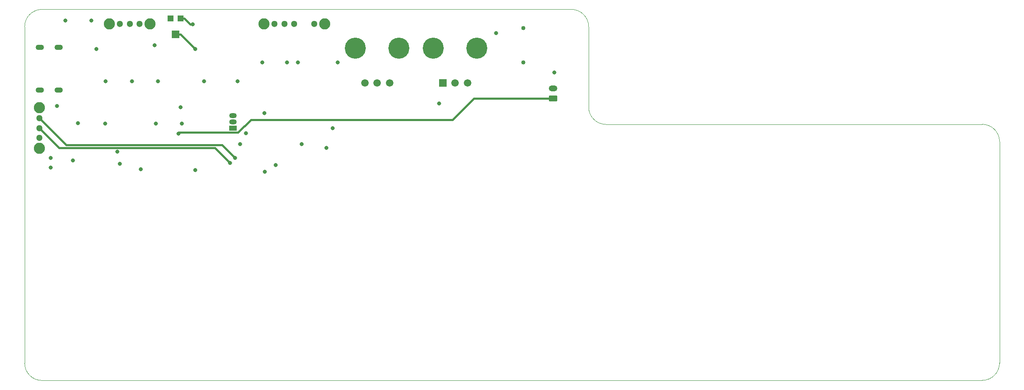
<source format=gbr>
%TF.GenerationSoftware,KiCad,Pcbnew,(6.0.7)*%
%TF.CreationDate,2023-07-28T14:32:25-04:00*%
%TF.ProjectId,Stylophone,5374796c-6f70-4686-9f6e-652e6b696361,rev?*%
%TF.SameCoordinates,Original*%
%TF.FileFunction,Copper,L4,Bot*%
%TF.FilePolarity,Positive*%
%FSLAX46Y46*%
G04 Gerber Fmt 4.6, Leading zero omitted, Abs format (unit mm)*
G04 Created by KiCad (PCBNEW (6.0.7)) date 2023-07-28 14:32:25*
%MOMM*%
%LPD*%
G01*
G04 APERTURE LIST*
G04 Aperture macros list*
%AMRoundRect*
0 Rectangle with rounded corners*
0 $1 Rounding radius*
0 $2 $3 $4 $5 $6 $7 $8 $9 X,Y pos of 4 corners*
0 Add a 4 corners polygon primitive as box body*
4,1,4,$2,$3,$4,$5,$6,$7,$8,$9,$2,$3,0*
0 Add four circle primitives for the rounded corners*
1,1,$1+$1,$2,$3*
1,1,$1+$1,$4,$5*
1,1,$1+$1,$6,$7*
1,1,$1+$1,$8,$9*
0 Add four rect primitives between the rounded corners*
20,1,$1+$1,$2,$3,$4,$5,0*
20,1,$1+$1,$4,$5,$6,$7,0*
20,1,$1+$1,$6,$7,$8,$9,0*
20,1,$1+$1,$8,$9,$2,$3,0*%
G04 Aperture macros list end*
%TA.AperFunction,Profile*%
%ADD10C,0.100000*%
%TD*%
%TA.AperFunction,ComponentPad*%
%ADD11C,2.250000*%
%TD*%
%TA.AperFunction,ComponentPad*%
%ADD12C,1.300000*%
%TD*%
%TA.AperFunction,ComponentPad*%
%ADD13C,0.850000*%
%TD*%
%TA.AperFunction,ComponentPad*%
%ADD14C,1.500000*%
%TD*%
%TA.AperFunction,ComponentPad*%
%ADD15C,4.260000*%
%TD*%
%TA.AperFunction,ComponentPad*%
%ADD16R,1.500000X1.500000*%
%TD*%
%TA.AperFunction,ComponentPad*%
%ADD17R,1.500000X1.050000*%
%TD*%
%TA.AperFunction,ComponentPad*%
%ADD18O,1.500000X1.050000*%
%TD*%
%TA.AperFunction,ComponentPad*%
%ADD19RoundRect,0.250000X0.625000X-0.350000X0.625000X0.350000X-0.625000X0.350000X-0.625000X-0.350000X0*%
%TD*%
%TA.AperFunction,ComponentPad*%
%ADD20O,1.750000X1.200000*%
%TD*%
%TA.AperFunction,ComponentPad*%
%ADD21O,1.700000X1.100000*%
%TD*%
%TA.AperFunction,SMDPad,CuDef*%
%ADD22R,1.200000X1.200000*%
%TD*%
%TA.AperFunction,SMDPad,CuDef*%
%ADD23R,1.600000X1.500000*%
%TD*%
%TA.AperFunction,ViaPad*%
%ADD24C,0.800000*%
%TD*%
%TA.AperFunction,Conductor*%
%ADD25C,0.400000*%
%TD*%
G04 APERTURE END LIST*
D10*
X26000000Y-85500000D02*
X132974874Y-85500000D01*
X26000000Y-85500000D02*
G75*
G03*
X22500000Y-89000000I0J-3500000D01*
G01*
X216000000Y-160480000D02*
X26000000Y-160500000D01*
X216000000Y-108720000D02*
X139974874Y-108740000D01*
X216000000Y-160480000D02*
G75*
G03*
X219500000Y-156980000I0J3500000D01*
G01*
X136474900Y-105240000D02*
G75*
G03*
X139974874Y-108740000I3500000J0D01*
G01*
X22500000Y-157000000D02*
G75*
G03*
X26000000Y-160500000I3500000J0D01*
G01*
X136474874Y-89000000D02*
X136474874Y-105240000D01*
X219500000Y-112220000D02*
G75*
G03*
X216000000Y-108720000I-3500000J0D01*
G01*
X22500000Y-89000000D02*
X22500000Y-157000000D01*
X136474900Y-89000000D02*
G75*
G03*
X132974874Y-85500000I-3500000J0D01*
G01*
X219500000Y-156980000D02*
X219500000Y-112220000D01*
D11*
%TO.P,SW2,5*%
%TO.N,N/C*%
X39650000Y-88396360D03*
%TO.P,SW2,4*%
X47850000Y-88396360D03*
D12*
%TO.P,SW2,3,C*%
%TO.N,GND*%
X41750000Y-88396360D03*
%TO.P,SW2,2,B*%
%TO.N,Net-(COS3-Pad2)*%
X43750000Y-88396360D03*
%TO.P,SW2,1,A*%
%TO.N,unconnected-(SW2-Pad1)*%
X45750000Y-88396360D03*
%TD*%
D13*
%TO.P,J28,MH2*%
%TO.N,N/C*%
X123250000Y-96250000D03*
%TO.P,J28,MH1*%
X123250000Y-89250000D03*
%TD*%
D14*
%TO.P,VR1,1,CCW*%
%TO.N,Net-(RP2-Pad2)*%
X91250000Y-100375000D03*
%TO.P,VR1,2,WIPER*%
%TO.N,GND*%
X93750000Y-100375000D03*
%TO.P,VR1,3,CW*%
%TO.N,unconnected-(VR1-Pad3)*%
X96250000Y-100375000D03*
D15*
%TO.P,VR1,MH1,MH1*%
%TO.N,unconnected-(VR1-PadMH1)*%
X89350000Y-93375000D03*
%TO.P,VR1,MH2,MH2*%
%TO.N,unconnected-(VR1-PadMH2)*%
X98150000Y-93375000D03*
%TD*%
D11*
%TO.P,SW1,5*%
%TO.N,N/C*%
X25500000Y-113600000D03*
%TO.P,SW1,4*%
X25500000Y-105400000D03*
D12*
%TO.P,SW1,3,C*%
%TO.N,unconnected-(SW1-Pad3)*%
X25500000Y-111500000D03*
%TO.P,SW1,2,B*%
%TO.N,Net-(D1-Pad2)*%
X25500000Y-109500000D03*
%TO.P,SW1,1,A*%
%TO.N,Net-(CC4-Pad1)*%
X25500000Y-107500000D03*
%TD*%
D16*
%TO.P,VR2,1,CCW*%
%TO.N,Net-(RFD1-Pad2)*%
X107000000Y-100375000D03*
D14*
%TO.P,VR2,2,WIPER*%
%TO.N,Net-(Q3-Pad1)*%
X109500000Y-100375000D03*
%TO.P,VR2,3,CW*%
%TO.N,Net-(Q2-Pad3)*%
X112000000Y-100375000D03*
D15*
%TO.P,VR2,MH1,MH1*%
%TO.N,unconnected-(VR2-PadMH1)*%
X105100000Y-93375000D03*
%TO.P,VR2,MH2,MH2*%
%TO.N,unconnected-(VR2-PadMH2)*%
X113900000Y-93375000D03*
%TD*%
D17*
%TO.P,Q1,1,Anode*%
%TO.N,RESISTOR_MODULE*%
X64570000Y-109520000D03*
D18*
%TO.P,Q1,2,Gate*%
%TO.N,VIB_SIG*%
X64570000Y-108250000D03*
%TO.P,Q1,3,Cathode*%
%TO.N,Net-(DAT1-Pad2)*%
X64570000Y-106980000D03*
%TD*%
D11*
%TO.P,SW3,MH2*%
%TO.N,N/C*%
X70900000Y-88396360D03*
%TO.P,SW3,MH1*%
X83100000Y-88396360D03*
D12*
%TO.P,SW3,4,4*%
%TO.N,Net-(CLB1-Pad2)*%
X73000000Y-88396360D03*
%TO.P,SW3,3,3*%
%TO.N,Net-(CMB1-Pad1)*%
X75000000Y-88396360D03*
%TO.P,SW3,2,2*%
%TO.N,RESISTOR_MODULE*%
X77000000Y-88396360D03*
%TO.P,SW3,1,1*%
%TO.N,Net-(CHB1-Pad1)*%
X81000000Y-88396360D03*
%TD*%
D19*
%TO.P,J27,1,Pin_1*%
%TO.N,Net-(CC3-Pad1)*%
X129274874Y-103500000D03*
D20*
%TO.P,J27,2,Pin_2*%
%TO.N,GND*%
X129274874Y-101500000D03*
%TD*%
D21*
%TO.P,J1,S1,SHIELD*%
%TO.N,GND*%
X25600000Y-93180000D03*
X29400000Y-101820000D03*
X25600000Y-101820000D03*
X29400000Y-93180000D03*
%TD*%
D22*
%TO.P,RV1,1,1*%
%TO.N,unconnected-(RV1-Pad1)*%
X52000000Y-87300000D03*
D23*
%TO.P,RV1,2,2*%
%TO.N,Net-(Q4-Pad2)*%
X53000000Y-90550000D03*
D22*
%TO.P,RV1,3,3*%
%TO.N,Net-(COS4-Pad1)*%
X54000000Y-87300000D03*
%TD*%
D24*
%TO.N,GND*%
X32250000Y-116000000D03*
X38750000Y-108550000D03*
X75500000Y-96250000D03*
X70937500Y-106500000D03*
X57000000Y-118000000D03*
X70500000Y-96250000D03*
X85750000Y-96250000D03*
X36020000Y-87750000D03*
X41200000Y-114250000D03*
X66000000Y-112750000D03*
X37000000Y-93500000D03*
X73250000Y-117000000D03*
X54250000Y-108550000D03*
X44150000Y-100070000D03*
X27750000Y-115500000D03*
X77750000Y-96250000D03*
X33250000Y-108500000D03*
X49400000Y-100070000D03*
X129500000Y-98250000D03*
X29000000Y-105000000D03*
X38900000Y-100050000D03*
X117750000Y-90250000D03*
X65500000Y-100050000D03*
X46000000Y-117800000D03*
X41750000Y-116750000D03*
X78500000Y-112750000D03*
%TO.N,+5V*%
X48750000Y-92750000D03*
X106250000Y-104500000D03*
X83500000Y-113500000D03*
X58750000Y-100050000D03*
X67250000Y-110500000D03*
X84750000Y-109500000D03*
X71000000Y-118300000D03*
X54000000Y-105300000D03*
X30770000Y-87750000D03*
X49000000Y-108550000D03*
X27750000Y-117500000D03*
%TO.N,Net-(COS4-Pad1)*%
X56500000Y-88500000D03*
%TO.N,Net-(CC3-Pad1)*%
X53600000Y-110600000D03*
%TO.N,Net-(Q4-Pad2)*%
X57000000Y-93500000D03*
%TO.N,Net-(CC4-Pad1)*%
X65000000Y-115500000D03*
%TO.N,Net-(D1-Pad2)*%
X64000000Y-116500000D03*
%TD*%
D25*
%TO.N,Net-(COS4-Pad1)*%
X54800000Y-87300000D02*
X56000000Y-88500000D01*
X56000000Y-88500000D02*
X56500000Y-88500000D01*
X54000000Y-87300000D02*
X54800000Y-87300000D01*
%TO.N,Net-(CC3-Pad1)*%
X53800000Y-110400000D02*
X65600000Y-110400000D01*
X109000000Y-107800000D02*
X113300000Y-103500000D01*
X68200000Y-107800000D02*
X109000000Y-107800000D01*
X113300000Y-103500000D02*
X129274874Y-103500000D01*
X65600000Y-110400000D02*
X68200000Y-107800000D01*
X53600000Y-110600000D02*
X53800000Y-110400000D01*
%TO.N,Net-(Q4-Pad2)*%
X57000000Y-93500000D02*
X54050000Y-90550000D01*
X54050000Y-90550000D02*
X53000000Y-90550000D01*
%TO.N,Net-(CC4-Pad1)*%
X62425000Y-112925000D02*
X30925000Y-112925000D01*
X30925000Y-112925000D02*
X25500000Y-107500000D01*
X65000000Y-115500000D02*
X62425000Y-112925000D01*
%TO.N,Net-(D1-Pad2)*%
X60952000Y-113452000D02*
X29452000Y-113452000D01*
X29452000Y-113452000D02*
X25500000Y-109500000D01*
X64000000Y-116500000D02*
X60952000Y-113452000D01*
%TD*%
M02*

</source>
